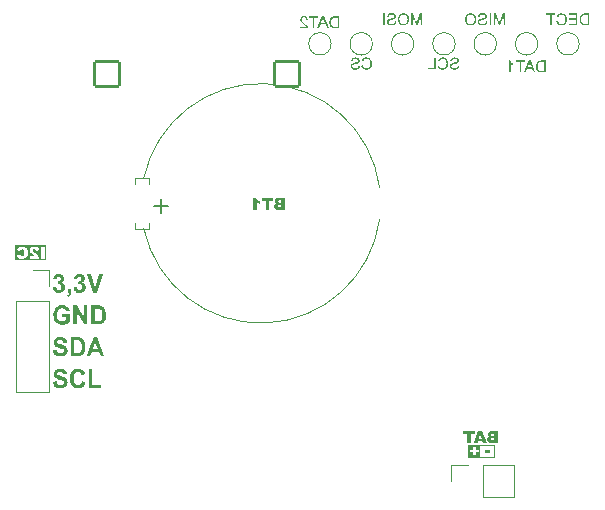
<source format=gbo>
G04 #@! TF.GenerationSoftware,KiCad,Pcbnew,9.0.3*
G04 #@! TF.CreationDate,2025-08-16T00:12:18+02:00*
G04 #@! TF.ProjectId,fw-anwesenheit,66772d61-6e77-4657-9365-6e686569742e,rev?*
G04 #@! TF.SameCoordinates,Original*
G04 #@! TF.FileFunction,Legend,Bot*
G04 #@! TF.FilePolarity,Positive*
%FSLAX46Y46*%
G04 Gerber Fmt 4.6, Leading zero omitted, Abs format (unit mm)*
G04 Created by KiCad (PCBNEW 9.0.3) date 2025-08-16 00:12:18*
%MOMM*%
%LPD*%
G01*
G04 APERTURE LIST*
G04 Aperture macros list*
%AMRoundRect*
0 Rectangle with rounded corners*
0 $1 Rounding radius*
0 $2 $3 $4 $5 $6 $7 $8 $9 X,Y pos of 4 corners*
0 Add a 4 corners polygon primitive as box body*
4,1,4,$2,$3,$4,$5,$6,$7,$8,$9,$2,$3,0*
0 Add four circle primitives for the rounded corners*
1,1,$1+$1,$2,$3*
1,1,$1+$1,$4,$5*
1,1,$1+$1,$6,$7*
1,1,$1+$1,$8,$9*
0 Add four rect primitives between the rounded corners*
20,1,$1+$1,$2,$3,$4,$5,0*
20,1,$1+$1,$4,$5,$6,$7,0*
20,1,$1+$1,$6,$7,$8,$9,0*
20,1,$1+$1,$8,$9,$2,$3,0*%
G04 Aperture macros list end*
%ADD10C,0.300000*%
%ADD11C,0.100000*%
%ADD12C,0.150000*%
%ADD13C,0.120000*%
%ADD14R,1.350000X1.350000*%
%ADD15C,1.350000*%
%ADD16C,2.304000*%
%ADD17RoundRect,0.102000X-1.050000X1.050000X-1.050000X-1.050000X1.050000X-1.050000X1.050000X1.050000X0*%
%ADD18R,1.700000X1.700000*%
%ADD19C,1.700000*%
%ADD20C,1.000000*%
%ADD21C,1.500000*%
%ADD22R,1.600000X2.000000*%
%ADD23O,1.600000X2.000000*%
G04 APERTURE END LIST*
D10*
G36*
X84914859Y-110627667D02*
G01*
X85193571Y-110590053D01*
X85208516Y-110666572D01*
X85232734Y-110725832D01*
X85265287Y-110771281D01*
X85307214Y-110806225D01*
X85353807Y-110826862D01*
X85406703Y-110833905D01*
X85463194Y-110825834D01*
X85512595Y-110802142D01*
X85556821Y-110761707D01*
X85589757Y-110709981D01*
X85610419Y-110646117D01*
X85617821Y-110566801D01*
X85610730Y-110491785D01*
X85590945Y-110431528D01*
X85559386Y-110382838D01*
X85517137Y-110344783D01*
X85470248Y-110322510D01*
X85416962Y-110314938D01*
X85359456Y-110320134D01*
X85284796Y-110337897D01*
X85316578Y-110089844D01*
X85392751Y-110084550D01*
X85450756Y-110065992D01*
X85494814Y-110036110D01*
X85528798Y-109994261D01*
X85549227Y-109944537D01*
X85556363Y-109884484D01*
X85550986Y-109832877D01*
X85535820Y-109790864D01*
X85511209Y-109756306D01*
X85478677Y-109730183D01*
X85439386Y-109714117D01*
X85391408Y-109708434D01*
X85344247Y-109714551D01*
X85302681Y-109732450D01*
X85265287Y-109762656D01*
X85236256Y-109802131D01*
X85214823Y-109853875D01*
X85201814Y-109921023D01*
X84936383Y-109873347D01*
X84959491Y-109777207D01*
X84987619Y-109700344D01*
X85019914Y-109639655D01*
X85061345Y-109586268D01*
X85112806Y-109540541D01*
X85175619Y-109502196D01*
X85243668Y-109474739D01*
X85317948Y-109457880D01*
X85399559Y-109452077D01*
X85503763Y-109461755D01*
X85593547Y-109489403D01*
X85671591Y-109534093D01*
X85739820Y-109596473D01*
X85787036Y-109659133D01*
X85819576Y-109723841D01*
X85838851Y-109791508D01*
X85845333Y-109863382D01*
X85837087Y-109942550D01*
X85812806Y-110014254D01*
X85771848Y-110080463D01*
X85711881Y-110142361D01*
X85629087Y-110200242D01*
X85710576Y-110228678D01*
X85778672Y-110272638D01*
X85835533Y-110332719D01*
X85878102Y-110405079D01*
X85903966Y-110487038D01*
X85912927Y-110581163D01*
X85903760Y-110683645D01*
X85876927Y-110776545D01*
X85832324Y-110861967D01*
X85768397Y-110941372D01*
X85692076Y-111006293D01*
X85607868Y-111052379D01*
X85514177Y-111080535D01*
X85408810Y-111090263D01*
X85308179Y-111081746D01*
X85219558Y-111057259D01*
X85140879Y-111017580D01*
X85070564Y-110962377D01*
X85010882Y-110893974D01*
X84965347Y-110816417D01*
X84933252Y-110728312D01*
X84914859Y-110627667D01*
G37*
G36*
X86145935Y-110752621D02*
G01*
X86433897Y-110752621D01*
X86433897Y-110971756D01*
X86427774Y-111097612D01*
X86412373Y-111181512D01*
X86381723Y-111253610D01*
X86330857Y-111319460D01*
X86264452Y-111372975D01*
X86178725Y-111415399D01*
X86122396Y-111284094D01*
X86200175Y-111246431D01*
X86246410Y-111201930D01*
X86273756Y-111143078D01*
X86285337Y-111059000D01*
X86145935Y-111059000D01*
X86145935Y-110752621D01*
G37*
G36*
X86664615Y-110627667D02*
G01*
X86943327Y-110590053D01*
X86958272Y-110666572D01*
X86982490Y-110725832D01*
X87015043Y-110771281D01*
X87056970Y-110806225D01*
X87103562Y-110826862D01*
X87156459Y-110833905D01*
X87212949Y-110825834D01*
X87262351Y-110802142D01*
X87306577Y-110761707D01*
X87339513Y-110709981D01*
X87360175Y-110646117D01*
X87367577Y-110566801D01*
X87360486Y-110491785D01*
X87340700Y-110431528D01*
X87309142Y-110382838D01*
X87266893Y-110344783D01*
X87220004Y-110322510D01*
X87166717Y-110314938D01*
X87109212Y-110320134D01*
X87034551Y-110337897D01*
X87066334Y-110089844D01*
X87142507Y-110084550D01*
X87200512Y-110065992D01*
X87244570Y-110036110D01*
X87278553Y-109994261D01*
X87298983Y-109944537D01*
X87306119Y-109884484D01*
X87300742Y-109832877D01*
X87285576Y-109790864D01*
X87260965Y-109756306D01*
X87228433Y-109730183D01*
X87189142Y-109714117D01*
X87141163Y-109708434D01*
X87094003Y-109714551D01*
X87052437Y-109732450D01*
X87015043Y-109762656D01*
X86986012Y-109802131D01*
X86964578Y-109853875D01*
X86951570Y-109921023D01*
X86686139Y-109873347D01*
X86709247Y-109777207D01*
X86737375Y-109700344D01*
X86769670Y-109639655D01*
X86811101Y-109586268D01*
X86862562Y-109540541D01*
X86925375Y-109502196D01*
X86993423Y-109474739D01*
X87067704Y-109457880D01*
X87149315Y-109452077D01*
X87253519Y-109461755D01*
X87343303Y-109489403D01*
X87421347Y-109534093D01*
X87489576Y-109596473D01*
X87536792Y-109659133D01*
X87569332Y-109723841D01*
X87588607Y-109791508D01*
X87595089Y-109863382D01*
X87586843Y-109942550D01*
X87562562Y-110014254D01*
X87521604Y-110080463D01*
X87461637Y-110142361D01*
X87378842Y-110200242D01*
X87460332Y-110228678D01*
X87528427Y-110272638D01*
X87585289Y-110332719D01*
X87627858Y-110405079D01*
X87653721Y-110487038D01*
X87662683Y-110581163D01*
X87653516Y-110683645D01*
X87626682Y-110776545D01*
X87582080Y-110861967D01*
X87518152Y-110941372D01*
X87441831Y-111006293D01*
X87357624Y-111052379D01*
X87263932Y-111080535D01*
X87158566Y-111090263D01*
X87057934Y-111081746D01*
X86969313Y-111057259D01*
X86890635Y-111017580D01*
X86820320Y-110962377D01*
X86760638Y-110893974D01*
X86715103Y-110816417D01*
X86683008Y-110728312D01*
X86664615Y-110627667D01*
G37*
G36*
X88288158Y-111059000D02*
G01*
X87751252Y-109452077D01*
X88080155Y-109452077D01*
X88460350Y-110640074D01*
X88828179Y-109452077D01*
X89149939Y-109452077D01*
X88611933Y-111059000D01*
X88288158Y-111059000D01*
G37*
G36*
X85687522Y-113159254D02*
G01*
X85687522Y-112890391D01*
X86341207Y-112890391D01*
X86341207Y-113531382D01*
X86273557Y-113590101D01*
X86183082Y-113647740D01*
X86065060Y-113703817D01*
X85942937Y-113745452D01*
X85821105Y-113770089D01*
X85698696Y-113778263D01*
X85580940Y-113771198D01*
X85474105Y-113750759D01*
X85376799Y-113717739D01*
X85287818Y-113672457D01*
X85205443Y-113613636D01*
X85134640Y-113544088D01*
X85074469Y-113463136D01*
X85024494Y-113369595D01*
X84975849Y-113235541D01*
X84946397Y-113093323D01*
X84936383Y-112941193D01*
X84942869Y-112815847D01*
X84961748Y-112700458D01*
X84992439Y-112593778D01*
X85034752Y-112494718D01*
X85089682Y-112402698D01*
X85155462Y-112322668D01*
X85232755Y-112253650D01*
X85322714Y-112195178D01*
X85421790Y-112152311D01*
X85540393Y-112124881D01*
X85682393Y-112115066D01*
X85824053Y-112124084D01*
X85941608Y-112149176D01*
X86038956Y-112188097D01*
X86119374Y-112239630D01*
X86190644Y-112307420D01*
X86247701Y-112386392D01*
X86291431Y-112477901D01*
X86321790Y-112584013D01*
X86020547Y-112646539D01*
X85992664Y-112571915D01*
X85953041Y-112510002D01*
X85901112Y-112458960D01*
X85839793Y-112421610D01*
X85767742Y-112398376D01*
X85682393Y-112390182D01*
X85584738Y-112399310D01*
X85501136Y-112425324D01*
X85428953Y-112467284D01*
X85366312Y-112525785D01*
X85317799Y-112596432D01*
X85281241Y-112684359D01*
X85257563Y-112793299D01*
X85248984Y-112927907D01*
X85257785Y-113073826D01*
X85281960Y-113191065D01*
X85319027Y-113284822D01*
X85367777Y-113359337D01*
X85431686Y-113422143D01*
X85503687Y-113466541D01*
X85585416Y-113493707D01*
X85679278Y-113503147D01*
X85773839Y-113493249D01*
X85870429Y-113462799D01*
X85961149Y-113417125D01*
X86034835Y-113364906D01*
X86034835Y-113159254D01*
X85687522Y-113159254D01*
G37*
G36*
X86624315Y-113747000D02*
G01*
X86624315Y-112140077D01*
X86919422Y-112140077D01*
X87534181Y-113215820D01*
X87534181Y-112140077D01*
X87816006Y-112140077D01*
X87816006Y-113747000D01*
X87511649Y-113747000D01*
X86906049Y-112687279D01*
X86906049Y-113747000D01*
X86624315Y-113747000D01*
G37*
G36*
X88866090Y-112148999D02*
G01*
X88975641Y-112170754D01*
X89059852Y-112205836D01*
X89134969Y-112254937D01*
X89202146Y-112318765D01*
X89259135Y-112393651D01*
X89306959Y-112479961D01*
X89345577Y-112579128D01*
X89371652Y-112683094D01*
X89388638Y-112808479D01*
X89394762Y-112958877D01*
X89389145Y-113090757D01*
X89373349Y-113203954D01*
X89348691Y-113300914D01*
X89304213Y-113413586D01*
X89250481Y-113507364D01*
X89187766Y-113584725D01*
X89131599Y-113633676D01*
X89061363Y-113676592D01*
X88974633Y-113713001D01*
X88865571Y-113737415D01*
X88706180Y-113747000D01*
X88135476Y-113747000D01*
X88135476Y-113478137D01*
X88438734Y-113478137D01*
X88665239Y-113478137D01*
X88783452Y-113473481D01*
X88848604Y-113462701D01*
X88917239Y-113435394D01*
X88971061Y-113395583D01*
X88999216Y-113360831D01*
X89025866Y-113310328D01*
X89050471Y-113239756D01*
X89072499Y-113121329D01*
X89081245Y-112944124D01*
X89072348Y-112767959D01*
X89050471Y-112656699D01*
X89012180Y-112564937D01*
X88964375Y-112500384D01*
X88902774Y-112453914D01*
X88824058Y-112424376D01*
X88745385Y-112413844D01*
X88575022Y-112408939D01*
X88438734Y-112408939D01*
X88438734Y-113478137D01*
X88135476Y-113478137D01*
X88135476Y-112140077D01*
X88689785Y-112140077D01*
X88866090Y-112148999D01*
G37*
G36*
X84911837Y-115922285D02*
G01*
X85206943Y-115891022D01*
X85232675Y-115990353D01*
X85269056Y-116064457D01*
X85315021Y-116118558D01*
X85372945Y-116157552D01*
X85444971Y-116182253D01*
X85534839Y-116191147D01*
X85630889Y-116182721D01*
X85702631Y-116160140D01*
X85755665Y-116125983D01*
X85798108Y-116078347D01*
X85822037Y-116028161D01*
X85829946Y-115973576D01*
X85821971Y-115921267D01*
X85798713Y-115878321D01*
X85759646Y-115844045D01*
X85689537Y-115809933D01*
X85446729Y-115738810D01*
X85285405Y-115685996D01*
X85175508Y-115632073D01*
X85104453Y-115578489D01*
X85043008Y-115506867D01*
X85000398Y-115429851D01*
X84974863Y-115346089D01*
X84966150Y-115253548D01*
X84973333Y-115173356D01*
X84994794Y-115096906D01*
X85031180Y-115022885D01*
X85080160Y-114957806D01*
X85142063Y-114903409D01*
X85218759Y-114859242D01*
X85302033Y-114829121D01*
X85399731Y-114809900D01*
X85514323Y-114803066D01*
X85657748Y-114812891D01*
X85773344Y-114839914D01*
X85866109Y-114881404D01*
X85940130Y-114936032D01*
X86002722Y-115007454D01*
X86048231Y-115089004D01*
X86077590Y-115182541D01*
X86090248Y-115290771D01*
X85786898Y-115303276D01*
X85767350Y-115224224D01*
X85739178Y-115166705D01*
X85703367Y-115125956D01*
X85657797Y-115097774D01*
X85595464Y-115078981D01*
X85511300Y-115071929D01*
X85424567Y-115079270D01*
X85356894Y-115099292D01*
X85304305Y-115130059D01*
X85277296Y-115158022D01*
X85261541Y-115190689D01*
X85256128Y-115229710D01*
X85267107Y-115282012D01*
X85301191Y-115327309D01*
X85344353Y-115355597D01*
X85430103Y-115391311D01*
X85579902Y-115435460D01*
X85785635Y-115497667D01*
X85907249Y-115551817D01*
X85973482Y-115596958D01*
X86028435Y-115651111D01*
X86073212Y-115714874D01*
X86105602Y-115786477D01*
X86125984Y-115870766D01*
X86133204Y-115970450D01*
X86125280Y-116060171D01*
X86101604Y-116145797D01*
X86061488Y-116228761D01*
X86007492Y-116301684D01*
X85940458Y-116361082D01*
X85858614Y-116407742D01*
X85769470Y-116438831D01*
X85661649Y-116458996D01*
X85531725Y-116466263D01*
X85387948Y-116456196D01*
X85269929Y-116428264D01*
X85173220Y-116384940D01*
X85094195Y-116327337D01*
X85027651Y-116252821D01*
X84974942Y-116162426D01*
X84935962Y-116053459D01*
X84911837Y-115922285D01*
G37*
G36*
X87117800Y-114836999D02*
G01*
X87227351Y-114858754D01*
X87311562Y-114893836D01*
X87386679Y-114942937D01*
X87453855Y-115006765D01*
X87510845Y-115081651D01*
X87558668Y-115167961D01*
X87597287Y-115267128D01*
X87623362Y-115371094D01*
X87640347Y-115496479D01*
X87646471Y-115646877D01*
X87640855Y-115778757D01*
X87625058Y-115891954D01*
X87600401Y-115988914D01*
X87555923Y-116101586D01*
X87502191Y-116195364D01*
X87439476Y-116272725D01*
X87383309Y-116321676D01*
X87313073Y-116364592D01*
X87226343Y-116401001D01*
X87117281Y-116425415D01*
X86957890Y-116435000D01*
X86387186Y-116435000D01*
X86387186Y-116166137D01*
X86690444Y-116166137D01*
X86916949Y-116166137D01*
X87035162Y-116161481D01*
X87100314Y-116150701D01*
X87168949Y-116123394D01*
X87222771Y-116083583D01*
X87250926Y-116048831D01*
X87277576Y-115998328D01*
X87302181Y-115927756D01*
X87324209Y-115809329D01*
X87332955Y-115632124D01*
X87324057Y-115455959D01*
X87302181Y-115344699D01*
X87263889Y-115252937D01*
X87216085Y-115188384D01*
X87154484Y-115141914D01*
X87075767Y-115112376D01*
X86997094Y-115101844D01*
X86826731Y-115096939D01*
X86690444Y-115096939D01*
X86690444Y-116166137D01*
X86387186Y-116166137D01*
X86387186Y-114828077D01*
X86941495Y-114828077D01*
X87117800Y-114836999D01*
G37*
G36*
X89258108Y-116435000D02*
G01*
X88928105Y-116435000D01*
X88796947Y-116072348D01*
X88196567Y-116072348D01*
X88072553Y-116435000D01*
X87750794Y-116435000D01*
X87980730Y-115803485D01*
X88289807Y-115803485D01*
X88699677Y-115803485D01*
X88492681Y-115203234D01*
X88289807Y-115803485D01*
X87980730Y-115803485D01*
X88335877Y-114828077D01*
X88656629Y-114828077D01*
X89258108Y-116435000D01*
G37*
G36*
X84911837Y-118610285D02*
G01*
X85206943Y-118579022D01*
X85232675Y-118678353D01*
X85269056Y-118752457D01*
X85315021Y-118806558D01*
X85372945Y-118845552D01*
X85444971Y-118870253D01*
X85534839Y-118879147D01*
X85630889Y-118870721D01*
X85702631Y-118848140D01*
X85755665Y-118813983D01*
X85798108Y-118766347D01*
X85822037Y-118716161D01*
X85829946Y-118661576D01*
X85821971Y-118609267D01*
X85798713Y-118566321D01*
X85759646Y-118532045D01*
X85689537Y-118497933D01*
X85446729Y-118426810D01*
X85285405Y-118373996D01*
X85175508Y-118320073D01*
X85104453Y-118266489D01*
X85043008Y-118194867D01*
X85000398Y-118117851D01*
X84974863Y-118034089D01*
X84966150Y-117941548D01*
X84973333Y-117861356D01*
X84994794Y-117784906D01*
X85031180Y-117710885D01*
X85080160Y-117645806D01*
X85142063Y-117591409D01*
X85218759Y-117547242D01*
X85302033Y-117517121D01*
X85399731Y-117497900D01*
X85514323Y-117491066D01*
X85657748Y-117500891D01*
X85773344Y-117527914D01*
X85866109Y-117569404D01*
X85940130Y-117624032D01*
X86002722Y-117695454D01*
X86048231Y-117777004D01*
X86077590Y-117870541D01*
X86090248Y-117978771D01*
X85786898Y-117991276D01*
X85767350Y-117912224D01*
X85739178Y-117854705D01*
X85703367Y-117813956D01*
X85657797Y-117785774D01*
X85595464Y-117766981D01*
X85511300Y-117759929D01*
X85424567Y-117767270D01*
X85356894Y-117787292D01*
X85304305Y-117818059D01*
X85277296Y-117846022D01*
X85261541Y-117878689D01*
X85256128Y-117917710D01*
X85267107Y-117970012D01*
X85301191Y-118015309D01*
X85344353Y-118043597D01*
X85430103Y-118079311D01*
X85579902Y-118123460D01*
X85785635Y-118185667D01*
X85907249Y-118239817D01*
X85973482Y-118284958D01*
X86028435Y-118339111D01*
X86073212Y-118402874D01*
X86105602Y-118474477D01*
X86125984Y-118558766D01*
X86133204Y-118658450D01*
X86125280Y-118748171D01*
X86101604Y-118833797D01*
X86061488Y-118916761D01*
X86007492Y-118989684D01*
X85940458Y-119049082D01*
X85858614Y-119095742D01*
X85769470Y-119126831D01*
X85661649Y-119146996D01*
X85531725Y-119154263D01*
X85387948Y-119144196D01*
X85269929Y-119116264D01*
X85173220Y-119072940D01*
X85094195Y-119015337D01*
X85027651Y-118940821D01*
X84974942Y-118850426D01*
X84935962Y-118741459D01*
X84911837Y-118610285D01*
G37*
G36*
X87349350Y-118529001D02*
G01*
X87643449Y-118629043D01*
X87601486Y-118758667D01*
X87549659Y-118864936D01*
X87488679Y-118951251D01*
X87418501Y-119020222D01*
X87337407Y-119074603D01*
X87245223Y-119114398D01*
X87140023Y-119139286D01*
X87019439Y-119148010D01*
X86901082Y-119138822D01*
X86794396Y-119112194D01*
X86697498Y-119068831D01*
X86608882Y-119008480D01*
X86527503Y-118929950D01*
X86460412Y-118839949D01*
X86407352Y-118737392D01*
X86368174Y-118620462D01*
X86343540Y-118486822D01*
X86334887Y-118333704D01*
X86343745Y-118170786D01*
X86368822Y-118030131D01*
X86408431Y-117908567D01*
X86461679Y-117803385D01*
X86528511Y-117712448D01*
X86610154Y-117633336D01*
X86700445Y-117572165D01*
X86800603Y-117527916D01*
X86912354Y-117500560D01*
X87037849Y-117491066D01*
X87173927Y-117502772D01*
X87291939Y-117536224D01*
X87395048Y-117590133D01*
X87485637Y-117664870D01*
X87545614Y-117739264D01*
X87597111Y-117836113D01*
X87639327Y-117960013D01*
X87339092Y-118035044D01*
X87314238Y-117956317D01*
X87277265Y-117891506D01*
X87227900Y-117838380D01*
X87168425Y-117798732D01*
X87100672Y-117774573D01*
X87022461Y-117766182D01*
X86941260Y-117774544D01*
X86870277Y-117798667D01*
X86807436Y-117838239D01*
X86751352Y-117894458D01*
X86709700Y-117960454D01*
X86677184Y-118047892D01*
X86655456Y-118162144D01*
X86647396Y-118309671D01*
X86655517Y-118467274D01*
X86677223Y-118587328D01*
X86709327Y-118677350D01*
X86749886Y-118743642D01*
X86805305Y-118800463D01*
X86867173Y-118840305D01*
X86936831Y-118864518D01*
X87016325Y-118872895D01*
X87093960Y-118863478D01*
X87162570Y-118835994D01*
X87224328Y-118789950D01*
X87273944Y-118728858D01*
X87316027Y-118643930D01*
X87349350Y-118529001D01*
G37*
G36*
X87911628Y-119123000D02*
G01*
X87911628Y-117534835D01*
X88214977Y-117534835D01*
X88214977Y-118854137D01*
X88969138Y-118854137D01*
X88969138Y-119123000D01*
X87911628Y-119123000D01*
G37*
D11*
X120064400Y-123968000D02*
X122251600Y-123968000D01*
X122251600Y-124968000D01*
X120064400Y-124968000D01*
X120064400Y-123968000D01*
G36*
X121865286Y-124610854D02*
G01*
X121460881Y-124610854D01*
X121460881Y-124395920D01*
X121865286Y-124395920D01*
X121865286Y-124610854D01*
G37*
G36*
X122578868Y-123798000D02*
G01*
X122044648Y-123798000D01*
X121905979Y-123784322D01*
X121833001Y-123769732D01*
X121788498Y-123751471D01*
X121749437Y-123724333D01*
X121716592Y-123691676D01*
X121689458Y-123653041D01*
X121669509Y-123610250D01*
X121657397Y-123563799D01*
X121653249Y-123512846D01*
X121656596Y-123478408D01*
X121963376Y-123478408D01*
X121967197Y-123508823D01*
X121978099Y-123533818D01*
X121996166Y-123554673D01*
X122019943Y-123569094D01*
X122056000Y-123579147D01*
X122108884Y-123583066D01*
X122266665Y-123583066D01*
X122266665Y-123379856D01*
X122109555Y-123379856D01*
X122055591Y-123383640D01*
X122019317Y-123393269D01*
X121995860Y-123406906D01*
X121977841Y-123426803D01*
X121967105Y-123450255D01*
X121963376Y-123478408D01*
X121656596Y-123478408D01*
X121659278Y-123450806D01*
X121676420Y-123398460D01*
X121704173Y-123353844D01*
X121742109Y-123317513D01*
X121793906Y-123287560D01*
X121862931Y-123264573D01*
X121817254Y-123245197D01*
X121781839Y-123222872D01*
X121754976Y-123197834D01*
X121724342Y-123153047D01*
X121705970Y-123102980D01*
X121704815Y-123092565D01*
X122003004Y-123092565D01*
X122006439Y-123122316D01*
X122015985Y-123145537D01*
X122031337Y-123163762D01*
X122051946Y-123176163D01*
X122084046Y-123184921D01*
X122132087Y-123188369D01*
X122266665Y-123188369D01*
X122266665Y-123000791D01*
X122130072Y-123000791D01*
X122083414Y-123004170D01*
X122051884Y-123012798D01*
X122031337Y-123025093D01*
X122015829Y-123043016D01*
X122006360Y-123065085D01*
X122003004Y-123092565D01*
X121704815Y-123092565D01*
X121699655Y-123046037D01*
X121704608Y-122994881D01*
X121719045Y-122949034D01*
X121742966Y-122907358D01*
X121777202Y-122869083D01*
X121817692Y-122839234D01*
X121866972Y-122816975D01*
X121926845Y-122802707D01*
X121999585Y-122797581D01*
X122578868Y-122797581D01*
X122578868Y-123798000D01*
G37*
G36*
X121615757Y-123798000D02*
G01*
X121299463Y-123798000D01*
X121250920Y-123633868D01*
X120898477Y-123633868D01*
X120849262Y-123798000D01*
X120525457Y-123798000D01*
X120668092Y-123418935D01*
X120963385Y-123418935D01*
X121183997Y-123418935D01*
X121074027Y-123057883D01*
X120963385Y-123418935D01*
X120668092Y-123418935D01*
X120901897Y-122797581D01*
X121239318Y-122797581D01*
X121615757Y-123798000D01*
G37*
G36*
X120593357Y-122797581D02*
G01*
X119652717Y-122797581D01*
X119652717Y-123043778D01*
X119968339Y-123043778D01*
X119968339Y-123798000D01*
X120277795Y-123798000D01*
X120277795Y-123043778D01*
X120593357Y-123043778D01*
X120593357Y-122797581D01*
G37*
G36*
X121082143Y-124960169D02*
G01*
X120114675Y-124960169D01*
X120114675Y-124368388D01*
X120225786Y-124368388D01*
X120225786Y-124587230D01*
X120488775Y-124587230D01*
X120488775Y-124849058D01*
X120709387Y-124849058D01*
X120709387Y-124587230D01*
X120971032Y-124587230D01*
X120971032Y-124368388D01*
X120709387Y-124368388D01*
X120709387Y-124106560D01*
X120488775Y-124106560D01*
X120488775Y-124368388D01*
X120225786Y-124368388D01*
X120114675Y-124368388D01*
X120114675Y-123995449D01*
X121082143Y-123995449D01*
X121082143Y-124960169D01*
G37*
D12*
G36*
X109128122Y-88665000D02*
G01*
X108766765Y-88665000D01*
X108678689Y-88660462D01*
X108605931Y-88647903D01*
X108539591Y-88626123D01*
X108486374Y-88597527D01*
X108439850Y-88559165D01*
X108395210Y-88506425D01*
X108358419Y-88443349D01*
X108326884Y-88360184D01*
X108312488Y-88300668D01*
X108303392Y-88233382D01*
X108300200Y-88157341D01*
X108300309Y-88155265D01*
X108436854Y-88155265D01*
X108440102Y-88231417D01*
X108449165Y-88295770D01*
X108463171Y-88349926D01*
X108483916Y-88401728D01*
X108508461Y-88443886D01*
X108536566Y-88477787D01*
X108574492Y-88507028D01*
X108626386Y-88530177D01*
X108688202Y-88543449D01*
X108781786Y-88548740D01*
X108995620Y-88548740D01*
X108995620Y-87776933D01*
X108785205Y-87776933D01*
X108705549Y-87779857D01*
X108650354Y-87787319D01*
X108613747Y-87797632D01*
X108568586Y-87822070D01*
X108526967Y-87859302D01*
X108488450Y-87911693D01*
X108467587Y-87954343D01*
X108451394Y-88007671D01*
X108440736Y-88073827D01*
X108436854Y-88155265D01*
X108300309Y-88155265D01*
X108304856Y-88068466D01*
X108318201Y-87989288D01*
X108339523Y-87918593D01*
X108370635Y-87852222D01*
X108410041Y-87795395D01*
X108457981Y-87747013D01*
X108500685Y-87716260D01*
X108549358Y-87692270D01*
X108604893Y-87675083D01*
X108673285Y-87664864D01*
X108783190Y-87660673D01*
X109128122Y-87660673D01*
X109128122Y-88665000D01*
G37*
G36*
X108227965Y-88665000D02*
G01*
X108087220Y-88665000D01*
X107977250Y-88360184D01*
X107558496Y-88360184D01*
X107441686Y-88665000D01*
X107290683Y-88665000D01*
X107459747Y-88250764D01*
X107599467Y-88250764D01*
X107938965Y-88250764D01*
X107828994Y-87957123D01*
X107797971Y-87861495D01*
X107775017Y-87765881D01*
X107747682Y-87852490D01*
X107704003Y-87973487D01*
X107599467Y-88250764D01*
X107459747Y-88250764D01*
X107700584Y-87660673D01*
X107843344Y-87660673D01*
X108227965Y-88665000D01*
G37*
G36*
X107033679Y-88665000D02*
G01*
X107033679Y-87776933D01*
X107363651Y-87776933D01*
X107363651Y-87660673D01*
X106569862Y-87660673D01*
X106569862Y-87776933D01*
X106901177Y-87776933D01*
X106901177Y-88665000D01*
X107033679Y-88665000D01*
G37*
G36*
X105837316Y-88548740D02*
G01*
X105837316Y-88665000D01*
X106499214Y-88665000D01*
X106496319Y-88621464D01*
X106484865Y-88579759D01*
X106452890Y-88514260D01*
X106403960Y-88446830D01*
X106340590Y-88380701D01*
X106243065Y-88295460D01*
X106135010Y-88201983D01*
X106064614Y-88132639D01*
X106022452Y-88082358D01*
X105989035Y-88027811D01*
X105970773Y-87978742D01*
X105965055Y-87933675D01*
X105970954Y-87886954D01*
X105988187Y-87846183D01*
X106017323Y-87809844D01*
X106054848Y-87782230D01*
X106099578Y-87765306D01*
X106153550Y-87759347D01*
X106210552Y-87765719D01*
X106257163Y-87783727D01*
X106295699Y-87813019D01*
X106324540Y-87851835D01*
X106342764Y-87900430D01*
X106349616Y-87961580D01*
X106476011Y-87948513D01*
X106464161Y-87878076D01*
X106443560Y-87819685D01*
X106414945Y-87771312D01*
X106378314Y-87731442D01*
X106334167Y-87699812D01*
X106282547Y-87676586D01*
X106222044Y-87661947D01*
X106150863Y-87656765D01*
X106079258Y-87662312D01*
X106018555Y-87677994D01*
X105966848Y-87702946D01*
X105922679Y-87737121D01*
X105885729Y-87779946D01*
X105859783Y-87826753D01*
X105844064Y-87878413D01*
X105838659Y-87936179D01*
X105844740Y-87995719D01*
X105863267Y-88054942D01*
X105894349Y-88112384D01*
X105944905Y-88177857D01*
X106012773Y-88246822D01*
X106134438Y-88354933D01*
X106234715Y-88441807D01*
X106276587Y-88481756D01*
X106305731Y-88515777D01*
X106328427Y-88548740D01*
X105837316Y-88548740D01*
G37*
G36*
X111149110Y-91813290D02*
G01*
X111016608Y-91846751D01*
X111042896Y-91926513D01*
X111076818Y-91993386D01*
X111117996Y-92049153D01*
X111166573Y-92095146D01*
X111222702Y-92132004D01*
X111284769Y-92158572D01*
X111353843Y-92174954D01*
X111431271Y-92180631D01*
X111512930Y-92175991D01*
X111582965Y-92162901D01*
X111643052Y-92142309D01*
X111694626Y-92114747D01*
X111741587Y-92078732D01*
X111782811Y-92035414D01*
X111818606Y-91984102D01*
X111848988Y-91923810D01*
X111878223Y-91839049D01*
X111895923Y-91749848D01*
X111901927Y-91655326D01*
X111894855Y-91552440D01*
X111874619Y-91462128D01*
X111842149Y-91382445D01*
X111808633Y-91327037D01*
X111769307Y-91279515D01*
X111723944Y-91239145D01*
X111672034Y-91205491D01*
X111596501Y-91172075D01*
X111515964Y-91151903D01*
X111429195Y-91145041D01*
X111354465Y-91150155D01*
X111288259Y-91164844D01*
X111229277Y-91188507D01*
X111176465Y-91221062D01*
X111129801Y-91262186D01*
X111090609Y-91310870D01*
X111058545Y-91367973D01*
X111033705Y-91434713D01*
X111164131Y-91465488D01*
X111192669Y-91396018D01*
X111226509Y-91344319D01*
X111265247Y-91307035D01*
X111311721Y-91280099D01*
X111366607Y-91263321D01*
X111431943Y-91257393D01*
X111507167Y-91264012D01*
X111570768Y-91282775D01*
X111624956Y-91312897D01*
X111671407Y-91353986D01*
X111707517Y-91403226D01*
X111733888Y-91461824D01*
X111751322Y-91524781D01*
X111761772Y-91588917D01*
X111765273Y-91654593D01*
X111760812Y-91739435D01*
X111748138Y-91813516D01*
X111728087Y-91878258D01*
X111697891Y-91937770D01*
X111659437Y-91984777D01*
X111612316Y-92021018D01*
X111558325Y-92047336D01*
X111501919Y-92063004D01*
X111442201Y-92068279D01*
X111387256Y-92064043D01*
X111338135Y-92051795D01*
X111293853Y-92031854D01*
X111253646Y-92004043D01*
X111219521Y-91969664D01*
X111190640Y-91927301D01*
X111167021Y-91875713D01*
X111149110Y-91813290D01*
G37*
G36*
X110898578Y-91839912D02*
G01*
X110773525Y-91828921D01*
X110764458Y-91879120D01*
X110750517Y-91920566D01*
X110732248Y-91954645D01*
X110707718Y-91984220D01*
X110674661Y-92010705D01*
X110631498Y-92034085D01*
X110585055Y-92050635D01*
X110534053Y-92060845D01*
X110477747Y-92064371D01*
X110404700Y-92058438D01*
X110343902Y-92041779D01*
X110307031Y-92023987D01*
X110278693Y-92003302D01*
X110257501Y-91979802D01*
X110236131Y-91938343D01*
X110229108Y-91893768D01*
X110236047Y-91849214D01*
X110256463Y-91811275D01*
X110290235Y-91780414D01*
X110346589Y-91751985D01*
X110399177Y-91735246D01*
X110524886Y-91703014D01*
X110651912Y-91667522D01*
X110718204Y-91640305D01*
X110763444Y-91612085D01*
X110798617Y-91580948D01*
X110825122Y-91546821D01*
X110844583Y-91508329D01*
X110856300Y-91466927D01*
X110860293Y-91421830D01*
X110855543Y-91372358D01*
X110841356Y-91325248D01*
X110817306Y-91279680D01*
X110784867Y-91239793D01*
X110743422Y-91206406D01*
X110691582Y-91179296D01*
X110635519Y-91160551D01*
X110574511Y-91149013D01*
X110507789Y-91145041D01*
X110434254Y-91149297D01*
X110369179Y-91161478D01*
X110311418Y-91180945D01*
X110258114Y-91209235D01*
X110214944Y-91244308D01*
X110180626Y-91286458D01*
X110154945Y-91334584D01*
X110138540Y-91386838D01*
X110131411Y-91444178D01*
X110258478Y-91453764D01*
X110271544Y-91393122D01*
X110294818Y-91346135D01*
X110327843Y-91309966D01*
X110369994Y-91284418D01*
X110426721Y-91267573D01*
X110502355Y-91261301D01*
X110581723Y-91267223D01*
X110638242Y-91282706D01*
X110677599Y-91305387D01*
X110708844Y-91337780D01*
X110726620Y-91372762D01*
X110732554Y-91411693D01*
X110728119Y-91445941D01*
X110715258Y-91475139D01*
X110693597Y-91500537D01*
X110664272Y-91519337D01*
X110603370Y-91542977D01*
X110493806Y-91571978D01*
X110345438Y-91609804D01*
X110272156Y-91635847D01*
X110216729Y-91666619D01*
X110174389Y-91700702D01*
X110143073Y-91738063D01*
X110120086Y-91780946D01*
X110106154Y-91828092D01*
X110101369Y-91880579D01*
X110106400Y-91932590D01*
X110121486Y-91982559D01*
X110147164Y-92031338D01*
X110181473Y-92074350D01*
X110224870Y-92110942D01*
X110278628Y-92141369D01*
X110336965Y-92162838D01*
X110400981Y-92176066D01*
X110471641Y-92180631D01*
X110561755Y-92175712D01*
X110636923Y-92162021D01*
X110699459Y-92140819D01*
X110756852Y-92109396D01*
X110804523Y-92069620D01*
X110843562Y-92020957D01*
X110872753Y-91965631D01*
X110891090Y-91905658D01*
X110898578Y-91839912D01*
G37*
G36*
X130320161Y-88426000D02*
G01*
X129958804Y-88426000D01*
X129870728Y-88421462D01*
X129797970Y-88408903D01*
X129731630Y-88387123D01*
X129678413Y-88358527D01*
X129631889Y-88320165D01*
X129587249Y-88267425D01*
X129550458Y-88204349D01*
X129518923Y-88121184D01*
X129504527Y-88061668D01*
X129495431Y-87994382D01*
X129492239Y-87918341D01*
X129492348Y-87916265D01*
X129628893Y-87916265D01*
X129632141Y-87992417D01*
X129641204Y-88056770D01*
X129655210Y-88110926D01*
X129675955Y-88162728D01*
X129700500Y-88204886D01*
X129728605Y-88238787D01*
X129766531Y-88268028D01*
X129818425Y-88291177D01*
X129880241Y-88304449D01*
X129973825Y-88309740D01*
X130187659Y-88309740D01*
X130187659Y-87537933D01*
X129977244Y-87537933D01*
X129897588Y-87540857D01*
X129842393Y-87548319D01*
X129805786Y-87558632D01*
X129760625Y-87583070D01*
X129719006Y-87620302D01*
X129680489Y-87672693D01*
X129659626Y-87715343D01*
X129643433Y-87768671D01*
X129632775Y-87834827D01*
X129628893Y-87916265D01*
X129492348Y-87916265D01*
X129496895Y-87829466D01*
X129510240Y-87750288D01*
X129531562Y-87679593D01*
X129562674Y-87613222D01*
X129602080Y-87556395D01*
X129650020Y-87508013D01*
X129692724Y-87477260D01*
X129741397Y-87453270D01*
X129796932Y-87436083D01*
X129865324Y-87425864D01*
X129975229Y-87421673D01*
X130320161Y-87421673D01*
X130320161Y-88426000D01*
G37*
G36*
X129307286Y-88426000D02*
G01*
X129307286Y-87421673D01*
X128583167Y-87421673D01*
X128583167Y-87537933D01*
X129174723Y-87537933D01*
X129174723Y-87847632D01*
X128620719Y-87847632D01*
X128620719Y-87963892D01*
X129174723Y-87963892D01*
X129174723Y-88309740D01*
X128559903Y-88309740D01*
X128559903Y-88426000D01*
X129307286Y-88426000D01*
G37*
G36*
X127662433Y-88074290D02*
G01*
X127529931Y-88107751D01*
X127556219Y-88187513D01*
X127590141Y-88254386D01*
X127631319Y-88310153D01*
X127679896Y-88356146D01*
X127736025Y-88393004D01*
X127798091Y-88419572D01*
X127867166Y-88435954D01*
X127944594Y-88441631D01*
X128026253Y-88436991D01*
X128096288Y-88423901D01*
X128156375Y-88403309D01*
X128207949Y-88375747D01*
X128254910Y-88339732D01*
X128296134Y-88296414D01*
X128331929Y-88245102D01*
X128362310Y-88184810D01*
X128391546Y-88100049D01*
X128409246Y-88010848D01*
X128415250Y-87916326D01*
X128408178Y-87813440D01*
X128387942Y-87723128D01*
X128355472Y-87643445D01*
X128321956Y-87588037D01*
X128282630Y-87540515D01*
X128237267Y-87500145D01*
X128185357Y-87466491D01*
X128109824Y-87433075D01*
X128029287Y-87412903D01*
X127942518Y-87406041D01*
X127867788Y-87411155D01*
X127801582Y-87425844D01*
X127742600Y-87449507D01*
X127689788Y-87482062D01*
X127643124Y-87523186D01*
X127603932Y-87571870D01*
X127571868Y-87628973D01*
X127547028Y-87695713D01*
X127677454Y-87726488D01*
X127705992Y-87657018D01*
X127739832Y-87605319D01*
X127778570Y-87568035D01*
X127825044Y-87541099D01*
X127879930Y-87524321D01*
X127945266Y-87518393D01*
X128020490Y-87525012D01*
X128084091Y-87543775D01*
X128138279Y-87573897D01*
X128184730Y-87614986D01*
X128220840Y-87664226D01*
X128247211Y-87722824D01*
X128264645Y-87785781D01*
X128275095Y-87849917D01*
X128278596Y-87915593D01*
X128274135Y-88000435D01*
X128261461Y-88074516D01*
X128241410Y-88139258D01*
X128211214Y-88198770D01*
X128172760Y-88245777D01*
X128125639Y-88282018D01*
X128071647Y-88308336D01*
X128015242Y-88324004D01*
X127955524Y-88329279D01*
X127900579Y-88325043D01*
X127851457Y-88312795D01*
X127807176Y-88292854D01*
X127766969Y-88265043D01*
X127732844Y-88230664D01*
X127703962Y-88188301D01*
X127680344Y-88136713D01*
X127662433Y-88074290D01*
G37*
G36*
X127111970Y-88426000D02*
G01*
X127111970Y-87537933D01*
X127441942Y-87537933D01*
X127441942Y-87421673D01*
X126648153Y-87421673D01*
X126648153Y-87537933D01*
X126979469Y-87537933D01*
X126979469Y-88426000D01*
X127111970Y-88426000D01*
G37*
G36*
X104536639Y-104047000D02*
G01*
X104002419Y-104047000D01*
X103863750Y-104033322D01*
X103790772Y-104018732D01*
X103746269Y-104000471D01*
X103707208Y-103973333D01*
X103674363Y-103940676D01*
X103647229Y-103902041D01*
X103627280Y-103859250D01*
X103615168Y-103812799D01*
X103611020Y-103761846D01*
X103614367Y-103727408D01*
X103921147Y-103727408D01*
X103924968Y-103757823D01*
X103935870Y-103782818D01*
X103953937Y-103803673D01*
X103977714Y-103818094D01*
X104013771Y-103828147D01*
X104066655Y-103832066D01*
X104224436Y-103832066D01*
X104224436Y-103628856D01*
X104067326Y-103628856D01*
X104013362Y-103632640D01*
X103977088Y-103642269D01*
X103953631Y-103655906D01*
X103935612Y-103675803D01*
X103924876Y-103699255D01*
X103921147Y-103727408D01*
X103614367Y-103727408D01*
X103617049Y-103699806D01*
X103634191Y-103647460D01*
X103661944Y-103602844D01*
X103699880Y-103566513D01*
X103751677Y-103536560D01*
X103820702Y-103513573D01*
X103775025Y-103494197D01*
X103739610Y-103471872D01*
X103712747Y-103446834D01*
X103682113Y-103402047D01*
X103663741Y-103351980D01*
X103662586Y-103341565D01*
X103960775Y-103341565D01*
X103964210Y-103371316D01*
X103973756Y-103394537D01*
X103989108Y-103412762D01*
X104009717Y-103425163D01*
X104041817Y-103433921D01*
X104089858Y-103437369D01*
X104224436Y-103437369D01*
X104224436Y-103249791D01*
X104087843Y-103249791D01*
X104041185Y-103253170D01*
X104009655Y-103261798D01*
X103989108Y-103274093D01*
X103973600Y-103292016D01*
X103964131Y-103314085D01*
X103960775Y-103341565D01*
X103662586Y-103341565D01*
X103657426Y-103295037D01*
X103662379Y-103243881D01*
X103676816Y-103198034D01*
X103700737Y-103156358D01*
X103734973Y-103118083D01*
X103775463Y-103088234D01*
X103824743Y-103065975D01*
X103884616Y-103051707D01*
X103957356Y-103046581D01*
X104536639Y-103046581D01*
X104536639Y-104047000D01*
G37*
G36*
X103519306Y-103046581D02*
G01*
X102578666Y-103046581D01*
X102578666Y-103292778D01*
X102894289Y-103292778D01*
X102894289Y-104047000D01*
X103203745Y-104047000D01*
X103203745Y-103292778D01*
X103519306Y-103292778D01*
X103519306Y-103046581D01*
G37*
G36*
X101853326Y-103030949D02*
G01*
X101853326Y-104047000D01*
X102134755Y-104047000D01*
X102134755Y-103382720D01*
X102203539Y-103430376D01*
X102266951Y-103466190D01*
X102335354Y-103496017D01*
X102427175Y-103527251D01*
X102427175Y-103300593D01*
X102333967Y-103265473D01*
X102261574Y-103228482D01*
X102206501Y-103190135D01*
X102158038Y-103143931D01*
X102117157Y-103091089D01*
X102083525Y-103030949D01*
X101853326Y-103030949D01*
G37*
X94603428Y-103741700D02*
X93460571Y-103741700D01*
X94031999Y-104313128D02*
X94031999Y-103170271D01*
G36*
X126628122Y-92415000D02*
G01*
X126266765Y-92415000D01*
X126178689Y-92410462D01*
X126105931Y-92397903D01*
X126039591Y-92376123D01*
X125986374Y-92347527D01*
X125939850Y-92309165D01*
X125895210Y-92256425D01*
X125858419Y-92193349D01*
X125826884Y-92110184D01*
X125812488Y-92050668D01*
X125803392Y-91983382D01*
X125800200Y-91907341D01*
X125800309Y-91905265D01*
X125936854Y-91905265D01*
X125940102Y-91981417D01*
X125949165Y-92045770D01*
X125963171Y-92099926D01*
X125983916Y-92151728D01*
X126008461Y-92193886D01*
X126036566Y-92227787D01*
X126074492Y-92257028D01*
X126126386Y-92280177D01*
X126188202Y-92293449D01*
X126281786Y-92298740D01*
X126495620Y-92298740D01*
X126495620Y-91526933D01*
X126285205Y-91526933D01*
X126205549Y-91529857D01*
X126150354Y-91537319D01*
X126113747Y-91547632D01*
X126068586Y-91572070D01*
X126026967Y-91609302D01*
X125988450Y-91661693D01*
X125967587Y-91704343D01*
X125951394Y-91757671D01*
X125940736Y-91823827D01*
X125936854Y-91905265D01*
X125800309Y-91905265D01*
X125804856Y-91818466D01*
X125818201Y-91739288D01*
X125839523Y-91668593D01*
X125870635Y-91602222D01*
X125910041Y-91545395D01*
X125957981Y-91497013D01*
X126000685Y-91466260D01*
X126049358Y-91442270D01*
X126104893Y-91425083D01*
X126173285Y-91414864D01*
X126283190Y-91410673D01*
X126628122Y-91410673D01*
X126628122Y-92415000D01*
G37*
G36*
X125727965Y-92415000D02*
G01*
X125587220Y-92415000D01*
X125477250Y-92110184D01*
X125058496Y-92110184D01*
X124941686Y-92415000D01*
X124790683Y-92415000D01*
X124959747Y-92000764D01*
X125099467Y-92000764D01*
X125438965Y-92000764D01*
X125328994Y-91707123D01*
X125297971Y-91611495D01*
X125275017Y-91515881D01*
X125247682Y-91602490D01*
X125204003Y-91723487D01*
X125099467Y-92000764D01*
X124959747Y-92000764D01*
X125200584Y-91410673D01*
X125343344Y-91410673D01*
X125727965Y-92415000D01*
G37*
G36*
X124533679Y-92415000D02*
G01*
X124533679Y-91526933D01*
X124863651Y-91526933D01*
X124863651Y-91410673D01*
X124069862Y-91410673D01*
X124069862Y-91526933D01*
X124401177Y-91526933D01*
X124401177Y-92415000D01*
X124533679Y-92415000D01*
G37*
G36*
X123520376Y-92415000D02*
G01*
X123643352Y-92415000D01*
X123643352Y-91629392D01*
X123692287Y-91670107D01*
X123759795Y-91714328D01*
X123830840Y-91752769D01*
X123889244Y-91778014D01*
X123889244Y-91660778D01*
X123822361Y-91625197D01*
X123762439Y-91585621D01*
X123708932Y-91542076D01*
X123659842Y-91493154D01*
X123624140Y-91448243D01*
X123599633Y-91406765D01*
X123520376Y-91406765D01*
X123520376Y-92415000D01*
G37*
G36*
X116183992Y-88415000D02*
G01*
X116183992Y-87410673D01*
X115984568Y-87410673D01*
X115747530Y-88122091D01*
X115699720Y-88270835D01*
X115646414Y-88109757D01*
X115406628Y-87410673D01*
X115228331Y-87410673D01*
X115228331Y-88415000D01*
X115356070Y-88415000D01*
X115356070Y-87573949D01*
X115647085Y-88415000D01*
X115766642Y-88415000D01*
X116056253Y-87559600D01*
X116056253Y-88415000D01*
X116183992Y-88415000D01*
G37*
G36*
X114659169Y-87401034D02*
G01*
X114734513Y-87418356D01*
X114802560Y-87446473D01*
X114864409Y-87485468D01*
X114920829Y-87536031D01*
X114967312Y-87594169D01*
X115004157Y-87660828D01*
X115031430Y-87737258D01*
X115048622Y-87825065D01*
X115054674Y-87926147D01*
X115048273Y-88012681D01*
X115029223Y-88095661D01*
X114997338Y-88176008D01*
X114965059Y-88232254D01*
X114926404Y-88281707D01*
X114881106Y-88324960D01*
X114828628Y-88362365D01*
X114771661Y-88391973D01*
X114710986Y-88413227D01*
X114645962Y-88426198D01*
X114575836Y-88430631D01*
X114490428Y-88423700D01*
X114409736Y-88403162D01*
X114332631Y-88368838D01*
X114279655Y-88334431D01*
X114233261Y-88293013D01*
X114192943Y-88244108D01*
X114158486Y-88186938D01*
X114124814Y-88104813D01*
X114104132Y-88014529D01*
X114096998Y-87914546D01*
X114097069Y-87913508D01*
X114233591Y-87913508D01*
X114240484Y-88010719D01*
X114259715Y-88091154D01*
X114289800Y-88157747D01*
X114330250Y-88212827D01*
X114382007Y-88259048D01*
X114439426Y-88291608D01*
X114503687Y-88311429D01*
X114576508Y-88318279D01*
X114647920Y-88311543D01*
X114711440Y-88291985D01*
X114768680Y-88259749D01*
X114820751Y-88213866D01*
X114861957Y-88159127D01*
X114892207Y-88094583D01*
X114911304Y-88018330D01*
X114918082Y-87927918D01*
X114913028Y-87833167D01*
X114899120Y-87756130D01*
X114877878Y-87693893D01*
X114850273Y-87643950D01*
X114816660Y-87604296D01*
X114762991Y-87561590D01*
X114705417Y-87531635D01*
X114643011Y-87513566D01*
X114574493Y-87507393D01*
X114509898Y-87513118D01*
X114450724Y-87529906D01*
X114395829Y-87557768D01*
X114347371Y-87595562D01*
X114307231Y-87642434D01*
X114274929Y-87699551D01*
X114252554Y-87761789D01*
X114238515Y-87832630D01*
X114233591Y-87913508D01*
X114097069Y-87913508D01*
X114103796Y-87815781D01*
X114123474Y-87726743D01*
X114155433Y-87645940D01*
X114188242Y-87589523D01*
X114227259Y-87540330D01*
X114272732Y-87497715D01*
X114325182Y-87461292D01*
X114382065Y-87432511D01*
X114442281Y-87411884D01*
X114506419Y-87399324D01*
X114575165Y-87395041D01*
X114659169Y-87401034D01*
G37*
G36*
X113971152Y-88089912D02*
G01*
X113846100Y-88078921D01*
X113837033Y-88129120D01*
X113823091Y-88170566D01*
X113804823Y-88204645D01*
X113780292Y-88234220D01*
X113747235Y-88260705D01*
X113704072Y-88284085D01*
X113657629Y-88300635D01*
X113606627Y-88310845D01*
X113550322Y-88314371D01*
X113477275Y-88308438D01*
X113416477Y-88291779D01*
X113379605Y-88273987D01*
X113351268Y-88253302D01*
X113330076Y-88229802D01*
X113308706Y-88188343D01*
X113301682Y-88143768D01*
X113308621Y-88099214D01*
X113329038Y-88061275D01*
X113362809Y-88030414D01*
X113419163Y-88001985D01*
X113471752Y-87985246D01*
X113597460Y-87953014D01*
X113724487Y-87917522D01*
X113790779Y-87890305D01*
X113836019Y-87862085D01*
X113871192Y-87830948D01*
X113897696Y-87796821D01*
X113917157Y-87758329D01*
X113928875Y-87716927D01*
X113932867Y-87671830D01*
X113928118Y-87622358D01*
X113913931Y-87575248D01*
X113889880Y-87529680D01*
X113857442Y-87489793D01*
X113815997Y-87456406D01*
X113764156Y-87429296D01*
X113708093Y-87410551D01*
X113647086Y-87399013D01*
X113580363Y-87395041D01*
X113506828Y-87399297D01*
X113441753Y-87411478D01*
X113383992Y-87430945D01*
X113330689Y-87459235D01*
X113287519Y-87494308D01*
X113253200Y-87536458D01*
X113227519Y-87584584D01*
X113211114Y-87636838D01*
X113203985Y-87694178D01*
X113331053Y-87703764D01*
X113344118Y-87643122D01*
X113367393Y-87596135D01*
X113400418Y-87559966D01*
X113442568Y-87534418D01*
X113499296Y-87517573D01*
X113574929Y-87511301D01*
X113654297Y-87517223D01*
X113710817Y-87532706D01*
X113750173Y-87555387D01*
X113781419Y-87587780D01*
X113799195Y-87622762D01*
X113805128Y-87661693D01*
X113800693Y-87695941D01*
X113787833Y-87725139D01*
X113766171Y-87750537D01*
X113736846Y-87769337D01*
X113675945Y-87792977D01*
X113566381Y-87821978D01*
X113418012Y-87859804D01*
X113344730Y-87885847D01*
X113289304Y-87916619D01*
X113246963Y-87950702D01*
X113215648Y-87988063D01*
X113192660Y-88030946D01*
X113178729Y-88078092D01*
X113173943Y-88130579D01*
X113178974Y-88182590D01*
X113194060Y-88232559D01*
X113219739Y-88281338D01*
X113254048Y-88324350D01*
X113297444Y-88360942D01*
X113351203Y-88391369D01*
X113409539Y-88412838D01*
X113473556Y-88426066D01*
X113544216Y-88430631D01*
X113634329Y-88425712D01*
X113709498Y-88412021D01*
X113772033Y-88390819D01*
X113829426Y-88359396D01*
X113877097Y-88319620D01*
X113916136Y-88270957D01*
X113945328Y-88215631D01*
X113963665Y-88155658D01*
X113971152Y-88089912D01*
G37*
G36*
X112970489Y-88415000D02*
G01*
X112970489Y-87410673D01*
X112837987Y-87410673D01*
X112837987Y-88415000D01*
X112970489Y-88415000D01*
G37*
G36*
X84334079Y-108307742D02*
G01*
X81709057Y-108307742D01*
X81709057Y-107852920D01*
X81820168Y-107852920D01*
X81842760Y-107926829D01*
X81871588Y-107989645D01*
X81906264Y-108042819D01*
X81948743Y-108089622D01*
X81997162Y-108127788D01*
X82052138Y-108157857D01*
X82111482Y-108178379D01*
X82184470Y-108191773D01*
X82273788Y-108196631D01*
X82382174Y-108190676D01*
X82469932Y-108174321D01*
X82540563Y-108149370D01*
X82588849Y-108122392D01*
X82634557Y-108086407D01*
X82677988Y-108040423D01*
X82719226Y-107983102D01*
X82734217Y-107954342D01*
X82921948Y-107954342D01*
X82921948Y-108181000D01*
X83756709Y-108181000D01*
X83912841Y-108181000D01*
X84222968Y-108181000D01*
X84222968Y-107180581D01*
X83912841Y-107180581D01*
X83912841Y-108181000D01*
X83756709Y-108181000D01*
X83740801Y-108100907D01*
X83712004Y-108023849D01*
X83669636Y-107948969D01*
X83615322Y-107881125D01*
X83527715Y-107796877D01*
X83396695Y-107692758D01*
X83287311Y-107605129D01*
X83240257Y-107555494D01*
X83213960Y-107507951D01*
X83206124Y-107466528D01*
X83209896Y-107437592D01*
X83221001Y-107411967D01*
X83239952Y-107388737D01*
X83264169Y-107370938D01*
X83292155Y-107360177D01*
X83325010Y-107356436D01*
X83359115Y-107360360D01*
X83387725Y-107371586D01*
X83412082Y-107390080D01*
X83430367Y-107414879D01*
X83445895Y-107452940D01*
X83457511Y-107508843D01*
X83736192Y-107486190D01*
X83720977Y-107408317D01*
X83700597Y-107347961D01*
X83676109Y-107301908D01*
X83643438Y-107261636D01*
X83602709Y-107227864D01*
X83552827Y-107200303D01*
X83498445Y-107181993D01*
X83426417Y-107169587D01*
X83332520Y-107164949D01*
X83234231Y-107169374D01*
X83159609Y-107181142D01*
X83104031Y-107198349D01*
X83052914Y-107224966D01*
X83010449Y-107259036D01*
X82975620Y-107300993D01*
X82949631Y-107348902D01*
X82934072Y-107400250D01*
X82928787Y-107456087D01*
X82934621Y-107515471D01*
X82952227Y-107573338D01*
X82982398Y-107630659D01*
X83022628Y-107682175D01*
X83085528Y-107742420D01*
X83177426Y-107812987D01*
X83289839Y-107893892D01*
X83356395Y-107954342D01*
X82921948Y-107954342D01*
X82734217Y-107954342D01*
X82750720Y-107922682D01*
X82774193Y-107852831D01*
X82789073Y-107772006D01*
X82794331Y-107678409D01*
X82788271Y-107577668D01*
X82771147Y-107491181D01*
X82744130Y-107416846D01*
X82707804Y-107352890D01*
X82662134Y-107297939D01*
X82607331Y-107251774D01*
X82543993Y-107215200D01*
X82470846Y-107188105D01*
X82386224Y-107170990D01*
X82288138Y-107164949D01*
X82192206Y-107170466D01*
X82112263Y-107185834D01*
X82045790Y-107209679D01*
X81990650Y-107241214D01*
X81941734Y-107282661D01*
X81898631Y-107334495D01*
X81861202Y-107398132D01*
X81829755Y-107475443D01*
X82103002Y-107536198D01*
X82118870Y-107494008D01*
X82133043Y-107469276D01*
X82162074Y-107437704D01*
X82196608Y-107414627D01*
X82235882Y-107400408D01*
X82280627Y-107395515D01*
X82331234Y-107401041D01*
X82373941Y-107416842D01*
X82410476Y-107442757D01*
X82441827Y-107479961D01*
X82463469Y-107524040D01*
X82478448Y-107587542D01*
X82484204Y-107676699D01*
X82479985Y-107763966D01*
X82468936Y-107827736D01*
X82453052Y-107873124D01*
X82433645Y-107904456D01*
X82406253Y-107931069D01*
X82374142Y-107950094D01*
X82336372Y-107961903D01*
X82291557Y-107966066D01*
X82234489Y-107959885D01*
X82190806Y-107942911D01*
X82157346Y-107916057D01*
X82131346Y-107880277D01*
X82109134Y-107832719D01*
X82091400Y-107770672D01*
X81820168Y-107852920D01*
X81709057Y-107852920D01*
X81709057Y-107053838D01*
X84334079Y-107053838D01*
X84334079Y-108307742D01*
G37*
G36*
X123183992Y-88415000D02*
G01*
X123183992Y-87410673D01*
X122984568Y-87410673D01*
X122747530Y-88122091D01*
X122699720Y-88270835D01*
X122646414Y-88109757D01*
X122406628Y-87410673D01*
X122228331Y-87410673D01*
X122228331Y-88415000D01*
X122356070Y-88415000D01*
X122356070Y-87573949D01*
X122647085Y-88415000D01*
X122766642Y-88415000D01*
X123056253Y-87559600D01*
X123056253Y-88415000D01*
X123183992Y-88415000D01*
G37*
G36*
X121991843Y-88415000D02*
G01*
X121991843Y-87410673D01*
X121859341Y-87410673D01*
X121859341Y-88415000D01*
X121991843Y-88415000D01*
G37*
G36*
X121670664Y-88089912D02*
G01*
X121545611Y-88078921D01*
X121536544Y-88129120D01*
X121522603Y-88170566D01*
X121504334Y-88204645D01*
X121479804Y-88234220D01*
X121446746Y-88260705D01*
X121403584Y-88284085D01*
X121357140Y-88300635D01*
X121306139Y-88310845D01*
X121249833Y-88314371D01*
X121176786Y-88308438D01*
X121115988Y-88291779D01*
X121079117Y-88273987D01*
X121050779Y-88253302D01*
X121029587Y-88229802D01*
X121008217Y-88188343D01*
X121001194Y-88143768D01*
X121008133Y-88099214D01*
X121028549Y-88061275D01*
X121062321Y-88030414D01*
X121118675Y-88001985D01*
X121171263Y-87985246D01*
X121296972Y-87953014D01*
X121423998Y-87917522D01*
X121490290Y-87890305D01*
X121535530Y-87862085D01*
X121570703Y-87830948D01*
X121597208Y-87796821D01*
X121616669Y-87758329D01*
X121628386Y-87716927D01*
X121632378Y-87671830D01*
X121627629Y-87622358D01*
X121613442Y-87575248D01*
X121589392Y-87529680D01*
X121556953Y-87489793D01*
X121515508Y-87456406D01*
X121463668Y-87429296D01*
X121407605Y-87410551D01*
X121346597Y-87399013D01*
X121279875Y-87395041D01*
X121206340Y-87399297D01*
X121141264Y-87411478D01*
X121083504Y-87430945D01*
X121030200Y-87459235D01*
X120987030Y-87494308D01*
X120952712Y-87536458D01*
X120927030Y-87584584D01*
X120910626Y-87636838D01*
X120903497Y-87694178D01*
X121030564Y-87703764D01*
X121043630Y-87643122D01*
X121066904Y-87596135D01*
X121099929Y-87559966D01*
X121142080Y-87534418D01*
X121198807Y-87517573D01*
X121274441Y-87511301D01*
X121353809Y-87517223D01*
X121410328Y-87532706D01*
X121449685Y-87555387D01*
X121480930Y-87587780D01*
X121498706Y-87622762D01*
X121504639Y-87661693D01*
X121500205Y-87695941D01*
X121487344Y-87725139D01*
X121465683Y-87750537D01*
X121436358Y-87769337D01*
X121375456Y-87792977D01*
X121265892Y-87821978D01*
X121117523Y-87859804D01*
X121044242Y-87885847D01*
X120988815Y-87916619D01*
X120946475Y-87950702D01*
X120915159Y-87988063D01*
X120892172Y-88030946D01*
X120878240Y-88078092D01*
X120873455Y-88130579D01*
X120878486Y-88182590D01*
X120893572Y-88232559D01*
X120919250Y-88281338D01*
X120953559Y-88324350D01*
X120996956Y-88360942D01*
X121050714Y-88391369D01*
X121109051Y-88412838D01*
X121173067Y-88426066D01*
X121243727Y-88430631D01*
X121333841Y-88425712D01*
X121409009Y-88412021D01*
X121471545Y-88390819D01*
X121528938Y-88359396D01*
X121576609Y-88319620D01*
X121615648Y-88270957D01*
X121644839Y-88215631D01*
X121663176Y-88155658D01*
X121670664Y-88089912D01*
G37*
G36*
X120337327Y-87401034D02*
G01*
X120412671Y-87418356D01*
X120480718Y-87446473D01*
X120542566Y-87485468D01*
X120598987Y-87536031D01*
X120645470Y-87594169D01*
X120682315Y-87660828D01*
X120709588Y-87737258D01*
X120726780Y-87825065D01*
X120732832Y-87926147D01*
X120726430Y-88012681D01*
X120707380Y-88095661D01*
X120675496Y-88176008D01*
X120643217Y-88232254D01*
X120604562Y-88281707D01*
X120559263Y-88324960D01*
X120506785Y-88362365D01*
X120449819Y-88391973D01*
X120389144Y-88413227D01*
X120324120Y-88426198D01*
X120253994Y-88430631D01*
X120168586Y-88423700D01*
X120087894Y-88403162D01*
X120010789Y-88368838D01*
X119957812Y-88334431D01*
X119911418Y-88293013D01*
X119871100Y-88244108D01*
X119836644Y-88186938D01*
X119802972Y-88104813D01*
X119782290Y-88014529D01*
X119775156Y-87914546D01*
X119775227Y-87913508D01*
X119911749Y-87913508D01*
X119918641Y-88010719D01*
X119937872Y-88091154D01*
X119967958Y-88157747D01*
X120008408Y-88212827D01*
X120060165Y-88259048D01*
X120117584Y-88291608D01*
X120181845Y-88311429D01*
X120254666Y-88318279D01*
X120326077Y-88311543D01*
X120389597Y-88291985D01*
X120446838Y-88259749D01*
X120498908Y-88213866D01*
X120540114Y-88159127D01*
X120570365Y-88094583D01*
X120589462Y-88018330D01*
X120596239Y-87927918D01*
X120591185Y-87833167D01*
X120577278Y-87756130D01*
X120556036Y-87693893D01*
X120528431Y-87643950D01*
X120494817Y-87604296D01*
X120441148Y-87561590D01*
X120383575Y-87531635D01*
X120321169Y-87513566D01*
X120252651Y-87507393D01*
X120188055Y-87513118D01*
X120128882Y-87529906D01*
X120073987Y-87557768D01*
X120025529Y-87595562D01*
X119985388Y-87642434D01*
X119953087Y-87699551D01*
X119930712Y-87761789D01*
X119916672Y-87832630D01*
X119911749Y-87913508D01*
X119775227Y-87913508D01*
X119781954Y-87815781D01*
X119801632Y-87726743D01*
X119833591Y-87645940D01*
X119866400Y-87589523D01*
X119905417Y-87540330D01*
X119950890Y-87497715D01*
X120003340Y-87461292D01*
X120060222Y-87432511D01*
X120120439Y-87411884D01*
X120184577Y-87399324D01*
X120253322Y-87395041D01*
X120337327Y-87401034D01*
G37*
G36*
X119297600Y-91839912D02*
G01*
X119172548Y-91828921D01*
X119163481Y-91879120D01*
X119149539Y-91920566D01*
X119131271Y-91954645D01*
X119106740Y-91984220D01*
X119073683Y-92010705D01*
X119030520Y-92034085D01*
X118984077Y-92050635D01*
X118933075Y-92060845D01*
X118876770Y-92064371D01*
X118803723Y-92058438D01*
X118742925Y-92041779D01*
X118706053Y-92023987D01*
X118677716Y-92003302D01*
X118656524Y-91979802D01*
X118635154Y-91938343D01*
X118628130Y-91893768D01*
X118635069Y-91849214D01*
X118655486Y-91811275D01*
X118689257Y-91780414D01*
X118745611Y-91751985D01*
X118798200Y-91735246D01*
X118923908Y-91703014D01*
X119050935Y-91667522D01*
X119117227Y-91640305D01*
X119162467Y-91612085D01*
X119197640Y-91580948D01*
X119224144Y-91546821D01*
X119243605Y-91508329D01*
X119255323Y-91466927D01*
X119259315Y-91421830D01*
X119254566Y-91372358D01*
X119240379Y-91325248D01*
X119216328Y-91279680D01*
X119183890Y-91239793D01*
X119142445Y-91206406D01*
X119090604Y-91179296D01*
X119034541Y-91160551D01*
X118973534Y-91149013D01*
X118906811Y-91145041D01*
X118833276Y-91149297D01*
X118768201Y-91161478D01*
X118710440Y-91180945D01*
X118657137Y-91209235D01*
X118613967Y-91244308D01*
X118579648Y-91286458D01*
X118553967Y-91334584D01*
X118537562Y-91386838D01*
X118530433Y-91444178D01*
X118657501Y-91453764D01*
X118670566Y-91393122D01*
X118693841Y-91346135D01*
X118726866Y-91309966D01*
X118769016Y-91284418D01*
X118825744Y-91267573D01*
X118901377Y-91261301D01*
X118980745Y-91267223D01*
X119037265Y-91282706D01*
X119076621Y-91305387D01*
X119107867Y-91337780D01*
X119125643Y-91372762D01*
X119131576Y-91411693D01*
X119127141Y-91445941D01*
X119114281Y-91475139D01*
X119092619Y-91500537D01*
X119063294Y-91519337D01*
X119002393Y-91542977D01*
X118892829Y-91571978D01*
X118744460Y-91609804D01*
X118671178Y-91635847D01*
X118615752Y-91666619D01*
X118573411Y-91700702D01*
X118542096Y-91738063D01*
X118519108Y-91780946D01*
X118505176Y-91828092D01*
X118500391Y-91880579D01*
X118505422Y-91932590D01*
X118520508Y-91982559D01*
X118546187Y-92031338D01*
X118580496Y-92074350D01*
X118623892Y-92110942D01*
X118677651Y-92141369D01*
X118735987Y-92162838D01*
X118800004Y-92176066D01*
X118870664Y-92180631D01*
X118960777Y-92175712D01*
X119035946Y-92162021D01*
X119098481Y-92140819D01*
X119155874Y-92109396D01*
X119203545Y-92069620D01*
X119242584Y-92020957D01*
X119271776Y-91965631D01*
X119290113Y-91905658D01*
X119297600Y-91839912D01*
G37*
G36*
X117604936Y-91813290D02*
G01*
X117472434Y-91846751D01*
X117498723Y-91926513D01*
X117532644Y-91993386D01*
X117573822Y-92049153D01*
X117622399Y-92095146D01*
X117678528Y-92132004D01*
X117740595Y-92158572D01*
X117809669Y-92174954D01*
X117887098Y-92180631D01*
X117968757Y-92175991D01*
X118038791Y-92162901D01*
X118098878Y-92142309D01*
X118150452Y-92114747D01*
X118197414Y-92078732D01*
X118238637Y-92035414D01*
X118274433Y-91984102D01*
X118304814Y-91923810D01*
X118334050Y-91839049D01*
X118351749Y-91749848D01*
X118357754Y-91655326D01*
X118350681Y-91552440D01*
X118330445Y-91462128D01*
X118297975Y-91382445D01*
X118264459Y-91327037D01*
X118225133Y-91279515D01*
X118179770Y-91239145D01*
X118127860Y-91205491D01*
X118052327Y-91172075D01*
X117971790Y-91151903D01*
X117885022Y-91145041D01*
X117810292Y-91150155D01*
X117744085Y-91164844D01*
X117685104Y-91188507D01*
X117632291Y-91221062D01*
X117585628Y-91262186D01*
X117546436Y-91310870D01*
X117514372Y-91367973D01*
X117489531Y-91434713D01*
X117619957Y-91465488D01*
X117648495Y-91396018D01*
X117682336Y-91344319D01*
X117721074Y-91307035D01*
X117767547Y-91280099D01*
X117822433Y-91263321D01*
X117887769Y-91257393D01*
X117962994Y-91264012D01*
X118026595Y-91282775D01*
X118080782Y-91312897D01*
X118127233Y-91353986D01*
X118163343Y-91403226D01*
X118189714Y-91461824D01*
X118207148Y-91524781D01*
X118217598Y-91588917D01*
X118221100Y-91654593D01*
X118216638Y-91739435D01*
X118203965Y-91813516D01*
X118183914Y-91878258D01*
X118153718Y-91937770D01*
X118115264Y-91984777D01*
X118068143Y-92021018D01*
X118014151Y-92047336D01*
X117957745Y-92063004D01*
X117898027Y-92068279D01*
X117843082Y-92064043D01*
X117793961Y-92051795D01*
X117749679Y-92031854D01*
X117709472Y-92004043D01*
X117675348Y-91969664D01*
X117646466Y-91927301D01*
X117622847Y-91875713D01*
X117604936Y-91813290D01*
G37*
G36*
X117314776Y-92165000D02*
G01*
X117314776Y-91160673D01*
X117182213Y-91160673D01*
X117182213Y-92048740D01*
X116689025Y-92048740D01*
X116689025Y-92165000D01*
X117314776Y-92165000D01*
G37*
D13*
X118630000Y-125620000D02*
X118630000Y-127000000D01*
X120010000Y-125620000D02*
X118630000Y-125620000D01*
X121280000Y-125620000D02*
X123930000Y-125620000D01*
X121280000Y-125620000D02*
X121280000Y-128380000D01*
X123930000Y-125620000D02*
X123930000Y-128380000D01*
X121280000Y-128380000D02*
X123930000Y-128380000D01*
X108450000Y-90000000D02*
G75*
G02*
X106550000Y-90000000I-950000J0D01*
G01*
X106550000Y-90000000D02*
G75*
G02*
X108450000Y-90000000I950000J0D01*
G01*
X111950000Y-90000000D02*
G75*
G02*
X110050000Y-90000000I-950000J0D01*
G01*
X110050000Y-90000000D02*
G75*
G02*
X111950000Y-90000000I950000J0D01*
G01*
X129450000Y-90000000D02*
G75*
G02*
X127550000Y-90000000I-950000J0D01*
G01*
X127550000Y-90000000D02*
G75*
G02*
X129450000Y-90000000I950000J0D01*
G01*
X91850000Y-101350000D02*
X91850000Y-101850000D01*
X91850000Y-101350000D02*
X93000000Y-101350000D01*
X91850000Y-105650000D02*
X91850000Y-105150000D01*
X91850000Y-105650000D02*
X93000000Y-105650000D01*
X93000000Y-101350000D02*
X93000000Y-101850000D01*
X93000000Y-105650000D02*
X93000000Y-105150000D01*
X92590000Y-101350000D02*
G75*
G02*
X112550000Y-102150000I9909758J-2152544D01*
G01*
X112550000Y-104850000D02*
G75*
G02*
X92590000Y-105650000I-10050242J1352544D01*
G01*
X125950000Y-90000000D02*
G75*
G02*
X124050000Y-90000000I-950000J0D01*
G01*
X124050000Y-90000000D02*
G75*
G02*
X125950000Y-90000000I950000J0D01*
G01*
X115450000Y-90000000D02*
G75*
G02*
X113550000Y-90000000I-950000J0D01*
G01*
X113550000Y-90000000D02*
G75*
G02*
X115450000Y-90000000I950000J0D01*
G01*
X81805000Y-111760000D02*
X81805000Y-119490000D01*
X84565000Y-109110000D02*
X83185000Y-109110000D01*
X84565000Y-110490000D02*
X84565000Y-109110000D01*
X84565000Y-111760000D02*
X81805000Y-111760000D01*
X84565000Y-111760000D02*
X84565000Y-119490000D01*
X84565000Y-119490000D02*
X81805000Y-119490000D01*
X122450000Y-90000000D02*
G75*
G02*
X120550000Y-90000000I-950000J0D01*
G01*
X120550000Y-90000000D02*
G75*
G02*
X122450000Y-90000000I950000J0D01*
G01*
X118950000Y-90000000D02*
G75*
G02*
X117050000Y-90000000I-950000J0D01*
G01*
X117050000Y-90000000D02*
G75*
G02*
X118950000Y-90000000I950000J0D01*
G01*
%LPC*%
D14*
X89916000Y-118888000D03*
D15*
X89916000Y-120888000D03*
D16*
X89500000Y-59520000D03*
D17*
X89500000Y-62060000D03*
D16*
X104740000Y-87460000D03*
X104740000Y-84920000D03*
X89500000Y-87460000D03*
D17*
X89500000Y-92540000D03*
D16*
X104740000Y-90000000D03*
D17*
X104740000Y-92540000D03*
D16*
X104740000Y-82380000D03*
X89500000Y-90000000D03*
D18*
X120010000Y-127000000D03*
D19*
X122550000Y-127000000D03*
D20*
X125750000Y-83600000D03*
X117750000Y-83600000D03*
D21*
X107500000Y-90000000D03*
X111000000Y-90000000D03*
X128500000Y-90000000D03*
D22*
X92000000Y-103500000D03*
D23*
X112500000Y-103500000D03*
D21*
X125000000Y-90000000D03*
X114500000Y-90000000D03*
D18*
X83185000Y-110490000D03*
D19*
X83185000Y-113030000D03*
X83185000Y-115570000D03*
X83185000Y-118110000D03*
D21*
X121500000Y-90000000D03*
X118000000Y-90000000D03*
%LPD*%
M02*

</source>
